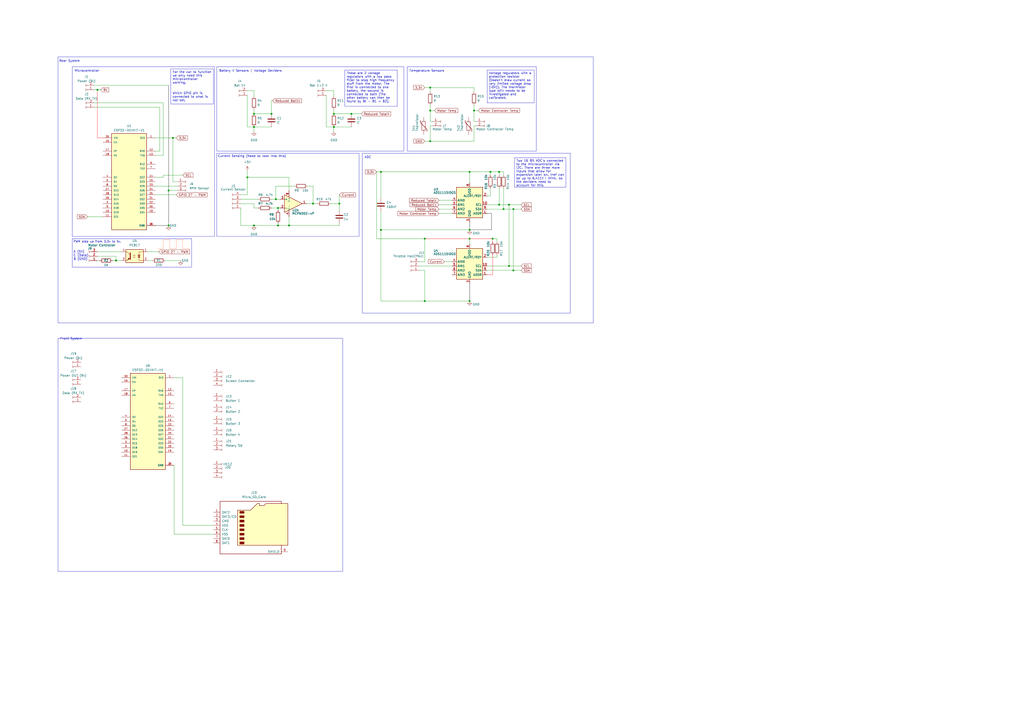
<source format=kicad_sch>
(kicad_sch (version 20230121) (generator eeschema)
  (paper "A2")
  (lib_symbols
    (symbol "Amplifier_Operational:MCP6002-xP" (pin_names (offset 0.127))
      (property "Reference" "U" (at 0 5.08 0))
      (property "Value" "MCP6002-xP" (at 0 -5.08 0))
      (symbol "MCP6002-xP_1_1"
        (polyline (pts (xy -5.08 5.08) (xy 5.08 0) (xy -5.08 -5.08) (xy -5.08 5.08)) (stroke (width 0.254)) (fill (type background)))
        (pin output line (at 7.62 0 180) (length 2.54) (name "~") (number "1"))
        (pin input line (at -7.62 -2.54 0) (length 2.54) (name "-") (number "2"))
        (pin input line (at -7.62 2.54 0) (length 2.54) (name "+") (number "3"))
      )
      (symbol "MCP6002-xP_2_1"
        (polyline (pts (xy -5.08 5.08) (xy 5.08 0) (xy -5.08 -5.08) (xy -5.08 5.08)) (stroke (width 0.254)) (fill (type background)))
        (pin input line (at -7.62 2.54 0) (length 2.54) (name "+") (number "5"))
        (pin input line (at -7.62 -2.54 0) (length 2.54) (name "-") (number "6"))
        (pin output line (at 7.62 0 180) (length 2.54) (name "~") (number "7"))
      )
      (symbol "MCP6002-xP_3_1"
        (pin power_in line (at -2.54 -7.62 90) (length 3.81) (name "V-") (number "4"))
        (pin power_in line (at -2.54 7.62 270) (length 3.81) (name "V+") (number "8"))
      )
    )
    (symbol "Analog_ADC:ADS1115IDGS"
      (property "Reference" "U" (at 2.54 13.97 0))
      (property "Value" "ADS1115IDGS" (at 7.62 11.43 0))
      (symbol "ADS1115IDGS_0_1"
        (rectangle (start -7.62 10.16) (end 7.62 -7.62) (stroke (width 0.254)) (fill (type background)))
      )
      (symbol "ADS1115IDGS_1_1"
        (pin input line (at 10.16 -5.08 180) (length 2.54) (name "ADDR") (number "1"))
        (pin input line (at 10.16 0 180) (length 2.54) (name "SCL") (number "10"))
        (pin output line (at 10.16 5.08 180) (length 2.54) (name "ALERT/RDY") (number "2"))
        (pin power_in line (at 0 -10.16 90) (length 2.54) (name "GND") (number "3"))
        (pin input line (at -10.16 2.54 0) (length 2.54) (name "AIN0") (number "4"))
        (pin input line (at -10.16 0 0) (length 2.54) (name "AIN1") (number "5"))
        (pin input line (at -10.16 -2.54 0) (length 2.54) (name "AIN2") (number "6"))
        (pin input line (at -10.16 -5.08 0) (length 2.54) (name "AIN3") (number "7"))
        (pin power_in line (at 0 12.7 270) (length 2.54) (name "VDD") (number "8"))
        (pin bidirectional line (at 10.16 -2.54 180) (length 2.54) (name "SDA") (number "9"))
      )
    )
    (symbol "Connector:Conn_01x02_Socket" (pin_names (offset 1.016) hide)
      (property "Reference" "J" (at 0 2.54 0))
      (property "Value" "Conn_01x02_Socket" (at 0 -5.08 0))
      (symbol "Conn_01x02_Socket_1_1"
        (arc (start 0 -2.032) (mid -0.5058 -2.54) (end 0 -3.048) (stroke (width 0.1524)))
        (polyline (pts (xy -1.27 -2.54) (xy -0.508 -2.54)) (stroke (width 0.1524)))
        (polyline (pts (xy -1.27 0) (xy -0.508 0)) (stroke (width 0.1524)))
        (arc (start 0 0.508) (mid -0.5058 0) (end 0 -0.508) (stroke (width 0.1524)))
        (pin passive line (at -5.08 0 0) (length 3.81) (name "Pin_1") (number "1"))
        (pin passive line (at -5.08 -2.54 0) (length 3.81) (name "Pin_2") (number "2"))
      )
    )
    (symbol "Connector:Conn_01x03_Socket" (pin_names (offset 1.016) hide)
      (property "Reference" "J" (at 0 5.08 0))
      (property "Value" "Conn_01x03_Socket" (at 0 -5.08 0))
      (symbol "Conn_01x03_Socket_1_1"
        (arc (start 0 -2.032) (mid -0.5058 -2.54) (end 0 -3.048) (stroke (width 0.1524)))
        (polyline (pts (xy -1.27 -2.54) (xy -0.508 -2.54)) (stroke (width 0.1524)))
        (polyline (pts (xy -1.27 0) (xy -0.508 0)) (stroke (width 0.1524)))
        (polyline (pts (xy -1.27 2.54) (xy -0.508 2.54)) (stroke (width 0.1524)))
        (arc (start 0 0.508) (mid -0.5058 0) (end 0 -0.508) (stroke (width 0.1524)))
        (arc (start 0 3.048) (mid -0.5058 2.54) (end 0 2.032) (stroke (width 0.1524)))
        (pin passive line (at -5.08 2.54 0) (length 3.81) (name "Pin_1") (number "1"))
        (pin passive line (at -5.08 0 0) (length 3.81) (name "Pin_2") (number "2"))
        (pin passive line (at -5.08 -2.54 0) (length 3.81) (name "Pin_3") (number "3"))
      )
    )
    (symbol "Connector:Conn_01x04_Socket" (pin_names (offset 1.016) hide)
      (property "Reference" "J" (at 0 5.08 0))
      (property "Value" "Conn_01x04_Socket" (at 0 -7.62 0))
      (symbol "Conn_01x04_Socket_1_1"
        (arc (start 0 -4.572) (mid -0.5058 -5.08) (end 0 -5.588) (stroke (width 0.1524)))
        (arc (start 0 -2.032) (mid -0.5058 -2.54) (end 0 -3.048) (stroke (width 0.1524)))
        (polyline (pts (xy -1.27 -5.08) (xy -0.508 -5.08)) (stroke (width 0.1524)))
        (polyline (pts (xy -1.27 -2.54) (xy -0.508 -2.54)) (stroke (width 0.1524)))
        (polyline (pts (xy -1.27 0) (xy -0.508 0)) (stroke (width 0.1524)))
        (polyline (pts (xy -1.27 2.54) (xy -0.508 2.54)) (stroke (width 0.1524)))
        (arc (start 0 0.508) (mid -0.5058 0) (end 0 -0.508) (stroke (width 0.1524)))
        (arc (start 0 3.048) (mid -0.5058 2.54) (end 0 2.032) (stroke (width 0.1524)))
        (pin passive line (at -5.08 2.54 0) (length 3.81) (name "Pin_1") (number "1"))
        (pin passive line (at -5.08 0 0) (length 3.81) (name "Pin_2") (number "2"))
        (pin passive line (at -5.08 -2.54 0) (length 3.81) (name "Pin_3") (number "3"))
        (pin passive line (at -5.08 -5.08 0) (length 3.81) (name "Pin_4") (number "4"))
      )
    )
    (symbol "Connector:Micro_SD_Card" (pin_names (offset 1.016))
      (property "Reference" "J" (at -16.51 15.24 0))
      (property "Value" "Micro_SD_Card" (at 16.51 15.24 0))
      (symbol "Micro_SD_Card_0_1"
        (rectangle (start -7.62 -9.525) (end -5.08 -10.795) (fill (type outline)))
        (rectangle (start -7.62 -6.985) (end -5.08 -8.255) (fill (type outline)))
        (rectangle (start -7.62 -4.445) (end -5.08 -5.715) (fill (type outline)))
        (rectangle (start -7.62 -1.905) (end -5.08 -3.175) (fill (type outline)))
        (rectangle (start -7.62 0.635) (end -5.08 -0.635) (fill (type outline)))
        (rectangle (start -7.62 3.175) (end -5.08 1.905) (fill (type outline)))
        (rectangle (start -7.62 5.715) (end -5.08 4.445) (fill (type outline)))
        (rectangle (start -7.62 8.255) (end -5.08 6.985) (fill (type outline)))
        (polyline (pts (xy 16.51 12.7) (xy 16.51 13.97) (xy -19.05 13.97) (xy -19.05 -16.51) (xy 16.51 -16.51) (xy 16.51 -11.43)) (stroke (width 0.254)))
        (polyline (pts (xy -8.89 -11.43) (xy -8.89 8.89) (xy -1.27 8.89) (xy 2.54 12.7) (xy 3.81 12.7) (xy 3.81 11.43) (xy 6.35 11.43) (xy 7.62 12.7) (xy 20.32 12.7) (xy 20.32 -11.43) (xy -8.89 -11.43)) (stroke (width 0.254)) (fill (type background)))
      )
      (symbol "Micro_SD_Card_1_1"
        (pin bidirectional line (at -22.86 7.62 0) (length 3.81) (name "DAT2") (number "1"))
        (pin bidirectional line (at -22.86 5.08 0) (length 3.81) (name "DAT3/CD") (number "2"))
        (pin input line (at -22.86 2.54 0) (length 3.81) (name "CMD") (number "3"))
        (pin power_in line (at -22.86 0 0) (length 3.81) (name "VDD") (number "4"))
        (pin input line (at -22.86 -2.54 0) (length 3.81) (name "CLK") (number "5"))
        (pin power_in line (at -22.86 -5.08 0) (length 3.81) (name "VSS") (number "6"))
        (pin bidirectional line (at -22.86 -7.62 0) (length 3.81) (name "DAT0") (number "7"))
        (pin bidirectional line (at -22.86 -10.16 0) (length 3.81) (name "DAT1") (number "8"))
        (pin passive line (at 20.32 -15.24 180) (length 3.81) (name "SHIELD") (number "9"))
      )
    )
    (symbol "Device:C" (pin_numbers hide) (pin_names (offset 0.254))
      (property "Reference" "C" (at 0.635 2.54 0))
      (property "Value" "C" (at 0.635 -2.54 0))
      (symbol "C_0_1"
        (polyline (pts (xy -2.032 -0.762) (xy 2.032 -0.762)) (stroke (width 0.508)))
        (polyline (pts (xy -2.032 0.762) (xy 2.032 0.762)) (stroke (width 0.508)))
      )
      (symbol "C_1_1"
        (pin passive line (at 0 3.81 270) (length 2.794) (name "~") (number "1"))
        (pin passive line (at 0 -3.81 90) (length 2.794) (name "~") (number "2"))
      )
    )
    (symbol "Device:R" (pin_numbers hide) (pin_names (offset 0))
      (property "Reference" "R" (at 2.032 0 90))
      (property "Value" "R" (at 0 0 90))
      (symbol "R_0_1"
        (rectangle (start -1.016 -2.54) (end 1.016 2.54) (stroke (width 0.254)))
      )
      (symbol "R_1_1"
        (pin passive line (at 0 3.81 270) (length 1.27) (name "~") (number "1"))
        (pin passive line (at 0 -3.81 90) (length 1.27) (name "~") (number "2"))
      )
    )
    (symbol "Device:Thermistor" (pin_numbers hide) (pin_names (offset 0))
      (property "Reference" "TH" (at 2.54 1.27 90))
      (property "Value" "Thermistor" (at -2.54 0 90))
      (symbol "Thermistor_0_1"
        (rectangle (start -1.016 2.54) (end 1.016 -2.54) (stroke (width 0.2032)))
        (polyline (pts (xy -1.905 3.175) (xy -1.905 1.905) (xy 1.905 -1.905) (xy 1.905 -3.175) (xy 1.905 -3.175)) (stroke (width 0.254)))
      )
      (symbol "Thermistor_1_1"
        (pin passive line (at 0 5.08 270) (length 2.54) (name "~") (number "1"))
        (pin passive line (at 0 -5.08 90) (length 2.54) (name "~") (number "2"))
      )
    )
    (symbol "ESP32-DEVKIT-V1:ESP32-DEVKIT-V1" (pin_names (offset 1.016))
      (property "Reference" "U" (at -10.16 30.48 0))
      (property "Value" "ESP32-DEVKIT-V1" (at -10.16 -30.48 0))
      (symbol "ESP32-DEVKIT-V1_0_0"
        (rectangle (start -10.16 -27.94) (end 10.16 27.94) (stroke (width 0.254)) (fill (type background)))
        (pin output line (at 15.24 25.4 180) (length 5.08) (name "3V3") (number "1"))
        (pin bidirectional line (at -15.24 -17.78 0) (length 5.08) (name "D19") (number "10"))
        (pin bidirectional line (at -15.24 -20.32 0) (length 5.08) (name "D21") (number "11"))
        (pin input line (at 15.24 17.78 180) (length 5.08) (name "RX0") (number "12"))
        (pin output line (at 15.24 15.24 180) (length 5.08) (name "TX0") (number "13"))
        (pin bidirectional line (at 15.24 2.54 180) (length 5.08) (name "D22") (number "14"))
        (pin bidirectional line (at 15.24 0 180) (length 5.08) (name "D23") (number "15"))
        (pin input line (at -15.24 22.86 0) (length 5.08) (name "EN") (number "16"))
        (pin bidirectional line (at -15.24 17.78 0) (length 5.08) (name "VP") (number "17"))
        (pin bidirectional line (at -15.24 15.24 0) (length 5.08) (name "VN") (number "18"))
        (pin bidirectional line (at 15.24 -17.78 180) (length 5.08) (name "D34") (number "19"))
        (pin power_in line (at 15.24 -25.4 180) (length 5.08) (name "GND") (number "2"))
        (pin bidirectional line (at 15.24 -15.24 180) (length 5.08) (name "D35") (number "20"))
        (pin bidirectional line (at 15.24 -10.16 180) (length 5.08) (name "D32") (number "21"))
        (pin bidirectional line (at 15.24 -12.7 180) (length 5.08) (name "D33") (number "22"))
        (pin bidirectional line (at 15.24 -2.54 180) (length 5.08) (name "D25") (number "23"))
        (pin bidirectional line (at 15.24 -5.08 180) (length 5.08) (name "D26") (number "24"))
        (pin bidirectional line (at 15.24 -7.62 180) (length 5.08) (name "D27") (number "25"))
        (pin bidirectional line (at -15.24 -10.16 0) (length 5.08) (name "D14") (number "26"))
        (pin bidirectional line (at -15.24 -5.08 0) (length 5.08) (name "D12") (number "27"))
        (pin bidirectional line (at -15.24 -7.62 0) (length 5.08) (name "D13") (number "28"))
        (pin power_in line (at 15.24 -25.4 180) (length 5.08) (name "GND") (number "29"))
        (pin bidirectional line (at -15.24 -12.7 0) (length 5.08) (name "D15") (number "3"))
        (pin input line (at -15.24 25.4 0) (length 5.08) (name "VIN") (number "30"))
        (pin bidirectional line (at -15.24 2.54 0) (length 5.08) (name "D2") (number "4"))
        (pin bidirectional line (at -15.24 0 0) (length 5.08) (name "D4") (number "5"))
        (pin input line (at 15.24 10.16 180) (length 5.08) (name "RX2") (number "6"))
        (pin output line (at 15.24 7.62 180) (length 5.08) (name "TX2") (number "7"))
        (pin bidirectional line (at -15.24 -2.54 0) (length 5.08) (name "D5") (number "8"))
        (pin bidirectional line (at -15.24 -15.24 0) (length 5.08) (name "D18") (number "9"))
      )
    )
    (symbol "Isolator:PC817" (pin_names (offset 1.016))
      (property "Reference" "U" (at -5.08 5.08 0))
      (property "Value" "PC817" (at 0 5.08 0))
      (symbol "PC817_0_1"
        (rectangle (start -5.08 3.81) (end 5.08 -3.81) (stroke (width 0.254)) (fill (type background)))
        (polyline (pts (xy -3.175 -0.635) (xy -1.905 -0.635)) (stroke (width 0.254)))
        (polyline (pts (xy 2.54 0.635) (xy 4.445 2.54)))
        (polyline (pts (xy 4.445 -2.54) (xy 2.54 -0.635)) (fill (type outline)))
        (polyline (pts (xy 4.445 -2.54) (xy 5.08 -2.54)))
        (polyline (pts (xy 4.445 2.54) (xy 5.08 2.54)))
        (polyline (pts (xy -5.08 2.54) (xy -2.54 2.54) (xy -2.54 -0.635)))
        (polyline (pts (xy -2.54 -0.635) (xy -2.54 -2.54) (xy -5.08 -2.54)))
        (polyline (pts (xy 2.54 1.905) (xy 2.54 -1.905) (xy 2.54 -1.905)) (stroke (width 0.508)))
        (polyline (pts (xy -2.54 -0.635) (xy -3.175 0.635) (xy -1.905 0.635) (xy -2.54 -0.635)) (stroke (width 0.254)))
        (polyline (pts (xy -0.508 -0.508) (xy 0.762 -0.508) (xy 0.381 -0.635) (xy 0.381 -0.381) (xy 0.762 -0.508)))
        (polyline (pts (xy -0.508 0.508) (xy 0.762 0.508) (xy 0.381 0.381) (xy 0.381 0.635) (xy 0.762 0.508)))
        (polyline (pts (xy 3.048 -1.651) (xy 3.556 -1.143) (xy 4.064 -2.159) (xy 3.048 -1.651) (xy 3.048 -1.651)) (fill (type outline)))
      )
      (symbol "PC817_1_1"
        (pin passive line (at -7.62 2.54 0) (length 2.54) (name "~") (number "1"))
        (pin passive line (at -7.62 -2.54 0) (length 2.54) (name "~") (number "2"))
        (pin passive line (at 7.62 -2.54 180) (length 2.54) (name "~") (number "3"))
        (pin passive line (at 7.62 2.54 180) (length 2.54) (name "~") (number "4"))
      )
    )
    (symbol "power:+5V" (power) (pin_names (offset 0))
      (property "Value" "+5V" (at 0 3.556 0))
      (symbol "+5V_0_1"
        (polyline (pts (xy -0.762 1.27) (xy 0 2.54)))
        (polyline (pts (xy 0 0) (xy 0 2.54)))
        (polyline (pts (xy 0 2.54) (xy 0.762 1.27)))
      )
      (symbol "+5V_1_1"
        (pin power_in line (at 0 0 90) (length 0) hide (name "+5V") (number "1"))
      )
    )
    (symbol "power:GND" (power) (pin_names (offset 0))
      (property "Value" "GND" (at 0 -3.81 0))
      (symbol "GND_0_1"
        (polyline (pts (xy 0 0) (xy 0 -1.27) (xy 1.27 -1.27) (xy 0 -2.54) (xy -1.27 -1.27) (xy 0 -1.27)))
      )
      (symbol "GND_1_1"
        (pin power_in line (at 0 0 270) (length 0) hide (name "GND") (number "1"))
      )
    )
  )
  (junction (at 193.675 73.66))
  (junction (at 203.835 66.04))
  (junction (at 97.79 130.81))
  (junction (at 246.38 138.43))
  (junction (at 295.275 118.745))
  (junction (at 289.56 118.745))
  (junction (at 97.79 110.49))
  (junction (at 295.275 154.305))
  (junction (at 100.33 80.01))
  (junction (at 246.38 174.625))
  (junction (at 285.75 138.43))
  (junction (at 249.555 81.915))
  (junction (at 274.955 64.135))
  (junction (at 272.415 138.43))
  (junction (at 160.02 115.57))
  (junction (at 193.675 66.04))
  (junction (at 147.32 66.04))
  (junction (at 220.98 99.695))
  (junction (at 297.815 121.285))
  (junction (at 161.29 130.81))
  (junction (at 147.32 130.81))
  (junction (at 67.31 151.13))
  (junction (at 297.815 156.845))
  (junction (at 272.415 99.695))
  (junction (at 167.64 130.81))
  (junction (at 289.56 99.695))
  (junction (at 272.415 174.625))
  (junction (at 249.555 64.135))
  (junction (at 249.555 50.8))
  (junction (at 56.515 52.07))
  (junction (at 157.48 66.04))
  (junction (at 272.415 133.35))
  (junction (at 220.98 133.35))
  (junction (at 284.48 99.695))
  (junction (at 292.1 121.285))
  (junction (at 181.61 118.11))
  (junction (at 196.85 118.11))
  (junction (at 147.32 73.66))
  (junction (at 161.29 120.65))
  (junction (at 143.51 102.87))
  (polyline (pts (xy 102.235 139.065) (xy 106.045 139.065)) (stroke (width 0) (color 255 143 93 1)))
  (wire (pts (xy 161.29 129.54) (xy 161.29 130.81)))
  (wire (pts (xy 85.725 151.13) (xy 88.265 151.13)))
  (wire (pts (xy 161.29 120.65) (xy 162.56 120.65)))
  (wire (pts (xy 94.615 101.6) (xy 94.615 102.87)))
  (wire (pts (xy 274.955 64.135) (xy 274.955 70.485)))
  (wire (pts (xy 249.555 73.025) (xy 249.555 81.915)))
  (wire (pts (xy 147.32 63.5) (xy 147.32 66.04)))
  (wire (pts (xy 285.75 159.385) (xy 285.75 147.955)) (stroke (width 0) (color 255 0 0 1)))
  (wire (pts (xy 56.515 151.13) (xy 57.785 151.13)))
  (wire (pts (xy 254.635 118.745) (xy 262.255 118.745)))
  (polyline (pts (xy 98.425 144.145) (xy 102.235 144.145)) (stroke (width 0) (color 255 143 93 1)))
  (wire (pts (xy 196.85 118.11) (xy 196.85 121.92)))
  (wire (pts (xy 56.515 52.07) (xy 56.515 80.01)) (stroke (width 0) (color 255 0 0 1)))
  (wire (pts (xy 56.515 80.01) (xy 59.69 80.01)) (stroke (width 0) (color 255 0 0 1)))
  (wire (pts (xy 149.86 120.65) (xy 147.32 120.65)))
  (wire (pts (xy 100.33 80.01) (xy 102.235 80.01)))
  (wire (pts (xy 161.29 120.65) (xy 161.29 121.92)))
  (wire (pts (xy 254.635 121.285) (xy 262.255 121.285)))
  (wire (pts (xy 147.32 73.66) (xy 157.48 73.66)))
  (wire (pts (xy 220.98 133.35) (xy 220.98 174.625)))
  (wire (pts (xy 284.48 113.665) (xy 284.48 109.22)))
  (wire (pts (xy 94.615 102.87) (xy 90.17 102.87)))
  (wire (pts (xy 54.61 59.69) (xy 94.615 59.69)))
  (wire (pts (xy 196.85 113.03) (xy 196.85 118.11)))
  (wire (pts (xy 282.575 149.225) (xy 288.29 149.225)))
  (wire (pts (xy 167.64 130.81) (xy 161.29 130.81)))
  (wire (pts (xy 285.115 133.35) (xy 272.415 133.35)) (stroke (width 0) (color 0 0 0 1)))
  (wire (pts (xy 272.415 138.43) (xy 285.75 138.43)) (stroke (width 0) (color 255 0 0 1)))
  (wire (pts (xy 272.415 138.43) (xy 272.415 141.605)))
  (wire (pts (xy 288.29 138.43) (xy 285.75 138.43)))
  (wire (pts (xy 97.79 49.53) (xy 97.79 110.49)) (stroke (width 0) (color 0 0 0 1)))
  (wire (pts (xy 189.23 52.705) (xy 193.675 52.705)))
  (wire (pts (xy 67.31 151.13) (xy 70.485 151.13)))
  (wire (pts (xy 282.575 159.385) (xy 285.75 159.385)) (stroke (width 0) (color 255 0 0 1)))
  (wire (pts (xy 274.955 73.025) (xy 274.955 81.915)))
  (wire (pts (xy 147.32 118.11) (xy 139.7 118.11)))
  (wire (pts (xy 157.48 58.42) (xy 158.115 58.42)))
  (wire (pts (xy 284.48 99.695) (xy 284.48 101.6)))
  (wire (pts (xy 67.31 148.59) (xy 67.31 151.13)))
  (wire (pts (xy 292.1 99.695) (xy 289.56 99.695)))
  (wire (pts (xy 288.29 149.225) (xy 288.29 147.955)))
  (wire (pts (xy 90.17 107.95) (xy 102.87 107.95)))
  (wire (pts (xy 147.32 130.81) (xy 139.7 130.81)))
  (polyline (pts (xy 94.615 144.145) (xy 94.615 139.065)) (stroke (width 0) (color 255 143 93 1)))
  (wire (pts (xy 102.87 105.41) (xy 100.33 105.41)))
  (wire (pts (xy 289.56 109.22) (xy 289.56 118.745)))
  (wire (pts (xy 250.825 73.025) (xy 249.555 73.025)))
  (wire (pts (xy 274.955 70.485) (xy 276.225 70.485)))
  (wire (pts (xy 285.75 140.335) (xy 285.75 138.43)) (stroke (width 0) (color 255 0 0 1)))
  (wire (pts (xy 292.1 101.6) (xy 292.1 99.695)))
  (wire (pts (xy 297.815 121.285) (xy 297.815 156.845)))
  (wire (pts (xy 246.38 50.8) (xy 249.555 50.8)))
  (wire (pts (xy 193.675 52.705) (xy 193.675 55.88)))
  (wire (pts (xy 220.98 174.625) (xy 246.38 174.625)))
  (wire (pts (xy 272.415 99.695) (xy 284.48 99.695)))
  (wire (pts (xy 167.64 125.73) (xy 167.64 130.81)))
  (wire (pts (xy 157.48 58.42) (xy 157.48 66.04)))
  (wire (pts (xy 193.675 73.66) (xy 203.835 73.66)))
  (wire (pts (xy 97.79 110.49) (xy 97.79 130.81)) (stroke (width 0) (color 0 0 0 1)))
  (wire (pts (xy 295.275 154.305) (xy 302.26 154.305)))
  (polyline (pts (xy 106.045 144.145) (xy 109.855 144.145)) (stroke (width 0) (color 255 143 93 1)))
  (wire (pts (xy 189.23 73.66) (xy 193.675 73.66)))
  (wire (pts (xy 292.1 121.285) (xy 297.815 121.285)))
  (wire (pts (xy 249.555 64.135) (xy 249.555 70.485)))
  (wire (pts (xy 220.98 99.695) (xy 272.415 99.695)))
  (wire (pts (xy 249.555 64.135) (xy 252.095 64.135)))
  (wire (pts (xy 282.575 121.285) (xy 292.1 121.285)))
  (wire (pts (xy 246.38 138.43) (xy 272.415 138.43)) (stroke (width 0) (color 255 0 0 1)))
  (wire (pts (xy 249.555 81.915) (xy 274.955 81.915)))
  (wire (pts (xy 246.38 174.625) (xy 272.415 174.625)))
  (wire (pts (xy 100.965 219.075) (xy 106.045 219.075)))
  (wire (pts (xy 220.98 133.35) (xy 272.415 133.35)))
  (wire (pts (xy 100.965 269.875) (xy 100.965 309.88)))
  (wire (pts (xy 56.515 146.05) (xy 70.485 146.05)))
  (wire (pts (xy 282.575 154.305) (xy 295.275 154.305)))
  (polyline (pts (xy 106.045 139.065) (xy 106.045 144.145)) (stroke (width 0) (color 255 143 93 1)))
  (wire (pts (xy 285.115 123.825) (xy 285.115 133.35)) (stroke (width 0) (color 0 0 0 1)))
  (wire (pts (xy 254.635 123.825) (xy 262.255 123.825)))
  (wire (pts (xy 274.955 60.96) (xy 274.955 64.135)))
  (wire (pts (xy 289.56 99.695) (xy 289.56 101.6)))
  (wire (pts (xy 282.575 118.745) (xy 289.56 118.745)))
  (wire (pts (xy 257.81 151.765) (xy 262.255 151.765)))
  (wire (pts (xy 100.965 309.88) (xy 123.825 309.88)))
  (wire (pts (xy 143.51 55.245) (xy 143.51 73.66)))
  (wire (pts (xy 282.575 156.845) (xy 297.815 156.845)))
  (wire (pts (xy 90.17 113.03) (xy 102.235 113.03)))
  (wire (pts (xy 147.32 120.65) (xy 147.32 118.11)))
  (wire (pts (xy 157.48 115.57) (xy 160.02 115.57)))
  (wire (pts (xy 243.205 154.305) (xy 262.255 154.305)))
  (wire (pts (xy 218.44 99.695) (xy 220.98 99.695)))
  (wire (pts (xy 246.38 81.915) (xy 249.555 81.915)))
  (wire (pts (xy 243.205 156.845) (xy 246.38 156.845)))
  (wire (pts (xy 218.44 99.695) (xy 218.44 138.43)))
  (wire (pts (xy 139.7 113.03) (xy 143.51 113.03)))
  (wire (pts (xy 274.955 64.135) (xy 277.495 64.135)))
  (wire (pts (xy 196.85 118.11) (xy 191.77 118.11)))
  (wire (pts (xy 94.615 59.69) (xy 94.615 90.17)))
  (wire (pts (xy 276.225 73.025) (xy 274.955 73.025)))
  (wire (pts (xy 181.61 118.11) (xy 184.15 118.11)))
  (wire (pts (xy 246.38 156.845) (xy 246.38 174.625)))
  (wire (pts (xy 203.835 66.04) (xy 209.55 66.04)))
  (wire (pts (xy 282.575 123.825) (xy 285.115 123.825)) (stroke (width 0) (color 0 0 0 1)))
  (wire (pts (xy 272.415 106.045) (xy 272.415 99.695)))
  (wire (pts (xy 139.7 130.81) (xy 139.7 120.65)))
  (wire (pts (xy 295.275 118.745) (xy 302.26 118.745)))
  (polyline (pts (xy 98.425 139.065) (xy 98.425 144.145)) (stroke (width 0) (color 255 143 93 1)))
  (wire (pts (xy 249.555 60.96) (xy 249.555 64.135)))
  (wire (pts (xy 106.045 101.6) (xy 94.615 101.6)))
  (wire (pts (xy 65.405 151.13) (xy 67.31 151.13)))
  (wire (pts (xy 282.575 113.665) (xy 284.48 113.665)))
  (wire (pts (xy 160.02 115.57) (xy 162.56 115.57)))
  (wire (pts (xy 178.435 107.95) (xy 181.61 107.95)))
  (wire (pts (xy 92.71 62.23) (xy 92.71 87.63)))
  (wire (pts (xy 297.815 156.845) (xy 302.26 156.845)))
  (wire (pts (xy 272.415 128.905) (xy 272.415 133.35)) (stroke (width 0) (color 0 0 0 1)))
  (wire (pts (xy 289.56 118.745) (xy 295.275 118.745)))
  (wire (pts (xy 143.51 73.66) (xy 147.32 73.66)))
  (wire (pts (xy 167.64 110.49) (xy 167.64 102.87)))
  (wire (pts (xy 157.48 120.65) (xy 161.29 120.65)))
  (wire (pts (xy 272.415 164.465) (xy 272.415 174.625)) (stroke (width 0) (color 0 0 0 1)))
  (wire (pts (xy 100.33 105.41) (xy 100.33 80.01)))
  (polyline (pts (xy 102.235 144.145) (xy 102.235 139.065)) (stroke (width 0) (color 255 143 93 1)))
  (wire (pts (xy 254.635 116.205) (xy 262.255 116.205)))
  (wire (pts (xy 193.675 73.66) (xy 193.675 76.2)))
  (wire (pts (xy 246.38 151.765) (xy 246.38 138.43)))
  (wire (pts (xy 249.555 50.8) (xy 274.955 50.8)))
  (wire (pts (xy 288.29 140.335) (xy 288.29 138.43)))
  (wire (pts (xy 284.48 99.695) (xy 289.56 99.695)))
  (wire (pts (xy 193.675 63.5) (xy 193.675 66.04)))
  (wire (pts (xy 167.64 130.81) (xy 196.85 130.81)))
  (wire (pts (xy 147.32 66.04) (xy 157.48 66.04)))
  (wire (pts (xy 189.23 55.245) (xy 189.23 73.66)))
  (wire (pts (xy 95.885 151.13) (xy 104.775 151.13)))
  (wire (pts (xy 193.675 66.04) (xy 203.835 66.04)))
  (wire (pts (xy 85.725 146.05) (xy 92.075 146.05)))
  (wire (pts (xy 220.98 99.695) (xy 220.98 114.935)))
  (wire (pts (xy 139.7 115.57) (xy 149.86 115.57)))
  (wire (pts (xy 292.1 109.22) (xy 292.1 121.285)))
  (wire (pts (xy 167.64 102.87) (xy 143.51 102.87)))
  (wire (pts (xy 297.815 121.285) (xy 302.26 121.285)))
  (wire (pts (xy 106.045 304.8) (xy 123.825 304.8)))
  (wire (pts (xy 249.555 70.485) (xy 250.825 70.485)))
  (wire (pts (xy 181.61 107.95) (xy 181.61 118.11)))
  (polyline (pts (xy 94.615 139.065) (xy 98.425 139.065)) (stroke (width 0) (color 255 143 93 1)))
  (wire (pts (xy 196.85 129.54) (xy 196.85 130.81)))
  (wire (pts (xy 218.44 138.43) (xy 246.38 138.43)))
  (wire (pts (xy 295.275 118.745) (xy 295.275 154.305)))
  (wire (pts (xy 147.32 73.66) (xy 147.32 76.2)))
  (wire (pts (xy 220.98 133.35) (xy 220.98 122.555)))
  (wire (pts (xy 54.61 49.53) (xy 97.79 49.53)))
  (polyline (pts (xy 91.44 144.145) (xy 94.615 144.145)) (stroke (width 0) (color 255 143 93 1)))
  (wire (pts (xy 170.815 107.95) (xy 160.02 107.95)))
  (wire (pts (xy 143.51 102.87) (xy 143.51 113.03)))
  (wire (pts (xy 54.61 62.23) (xy 92.71 62.23)))
  (wire (pts (xy 56.515 52.07) (xy 58.42 52.07)))
  (wire (pts (xy 147.32 52.705) (xy 147.32 55.88)))
  (wire (pts (xy 160.02 107.95) (xy 160.02 115.57)))
  (wire (pts (xy 54.61 52.07) (xy 56.515 52.07)))
  (wire (pts (xy 274.955 50.8) (xy 274.955 53.34)))
  (wire (pts (xy 143.51 99.06) (xy 143.51 102.87)))
  (wire (pts (xy 94.615 90.17) (xy 90.17 90.17)))
  (wire (pts (xy 106.045 219.075) (xy 106.045 304.8)))
  (wire (pts (xy 249.555 53.34) (xy 249.555 50.8)))
  (wire (pts (xy 161.29 130.81) (xy 147.32 130.81)))
  (wire (pts (xy 56.515 148.59) (xy 67.31 148.59)))
  (wire (pts (xy 243.205 151.765) (xy 246.38 151.765)))
  (wire (pts (xy 97.79 130.81) (xy 90.17 130.81)) (stroke (width 0) (color 0 0 0 1)))
  (wire (pts (xy 92.71 87.63) (xy 90.17 87.63)))
  (wire (pts (xy 97.79 110.49) (xy 102.87 110.49)))
  (wire (pts (xy 90.17 80.01) (xy 100.33 80.01)))
  (wire (pts (xy 177.8 118.11) (xy 181.61 118.11)))
  (wire (pts (xy 50.8 125.73) (xy 59.69 125.73)))
  (wire (pts (xy 143.51 52.705) (xy 147.32 52.705)))
  (rectangle (start 33.655 33.02) (end 344.17 187.325))
  (rectangle (start 41.91 38.735) (end 124.46 137.16))
  (rectangle (start 33.655 196.215) (end 198.755 331.47))
  (rectangle (start 210.185 88.9) (end 330.835 181.61))
  (rectangle (start 41.91 138.43) (end 111.125 154.94))
  (rectangle (start 236.22 38.735) (end 311.15 87.63))
  (rectangle (start 125.73 88.9) (end 208.28 137.16))
  (rectangle (start 125.73 38.735) (end 234.315 87.63))
  (text_box "For the car to function we only need this microcontroller working.\n\n\nWhich GPIO pin is connected to what is not set.\n" (at 99.06 40.005 0) (size 24.765 20.32) (effects (font (size 1.27 1.27)) (justify left top)))
  (text_box "Two 16 Bit ADC's connected to the microcontroller via I2C. There are three more inputs that allow for expansion later on. Vref can be up to 6.411V I think, so the deviders need to account for this." (at 298.45 91.44 0) (size 29.845 17.145) (effects (font (size 1.27 1.27)) (justify left top)))
  (text_box "These are 2 voltage regulators with a low pass filter to stop high frequency stuff from the motor. The first is connected to one battery, the second is connected to both (The other battery can then be found by Bt - B1 = B2)." (at 200.025 40.64 0) (size 30.48 20.955) (effects (font (size 1.27 1.27)) (justify left top)))
  (text_box "Voltage regulators with a protection resistor (Doesn't draw current so very limited voltage drop (~0V)). The thermistor type still needs to be investigated and calibrated." (at 282.575 40.64 0) (size 27.305 19.05) (effects (font (size 1.27 1.27)) (justify left top)))
  (text "Rear System\n" (at 34.29 36.195 0) (effects (font (size 1.27 1.27)) (justify left bottom)))
  (text "ADC" (at 211.455 92.075 0) (effects (font (size 1.27 1.27)) (justify left bottom)))
  (text "Front System\n\n" (at 34.925 199.39 0) (effects (font (size 1.27 1.27)) (justify left bottom)))
  (text "A (5V)\nC (Data)\nB (GND)\n" (at 42.545 151.13 0) (effects (font (size 1.32 1.32)) (justify left bottom)))
  (text "PWM step up from 3.3v to 5v.\n" (at 42.545 140.97 0) (effects (font (size 1.2 1.2)) (justify left bottom)))
  (text "Temperature Sensors\n" (at 237.49 41.91 0) (effects (font (size 1.27 1.27)) (justify left bottom)))
  (text "Battery V Sensors | Voltage Deviders" (at 127 41.91 0) (effects (font (size 1.27 1.27)) (justify left bottom)))
  (text "Current Sensing (Need to look into this)\n" (at 126.365 91.44 0) (effects (font (size 1.27 1.27)) (justify left bottom)))
  (text "Microcontroller\n" (at 43.18 41.91 0) (effects (font (size 1.27 1.27)) (justify left bottom)))
  (global_label "SDA" (shape input) (at 302.26 156.845 0) (property "Intersheetrefs" "${INTERSHEET_REFS}" (effects hide)))
  (global_label "Reduced Bat1V" (shape input) (at 158.115 58.42 0) (property "Intersheetrefs" "${INTERSHEET_REFS}" (effects hide)))
  (global_label "Reduced TotalV" (shape input) (at 254.635 116.205 180) (property "Intersheetrefs" "${INTERSHEET_REFS}" (effects hide)))
  (global_label "SCL" (shape input) (at 106.045 101.6 0) (property "Intersheetrefs" "${INTERSHEET_REFS}" (effects hide)))
  (global_label "GPIO 27 - PWM" (shape input) (at 92.075 146.05 0) (property "Intersheetrefs" "${INTERSHEET_REFS}" (effects hide)))
  (global_label "Reduced TotalV" (shape input) (at 209.55 66.04 0) (property "Intersheetrefs" "${INTERSHEET_REFS}" (effects hide)))
  (global_label "Motor Temp" (shape input) (at 254.635 121.285 180) (property "Intersheetrefs" "${INTERSHEET_REFS}" (effects hide)))
  (global_label "Motor Temp" (shape input) (at 252.095 64.135 0) (property "Intersheetrefs" "${INTERSHEET_REFS}" (effects hide)))
  (global_label "SCL" (shape input) (at 302.26 154.305 0) (property "Intersheetrefs" "${INTERSHEET_REFS}" (effects hide)))
  (global_label "SDA" (shape input) (at 50.8 125.73 180) (property "Intersheetrefs" "${INTERSHEET_REFS}" (effects hide)))
  (global_label "GPIO 27 - PWM" (shape input) (at 102.235 113.03 0) (property "Intersheetrefs" "${INTERSHEET_REFS}" (effects hide)))
  (global_label "SCL" (shape input) (at 302.26 118.745 0) (property "Intersheetrefs" "${INTERSHEET_REFS}" (effects hide)))
  (global_label "Current" (shape input) (at 196.85 113.03 0) (property "Intersheetrefs" "${INTERSHEET_REFS}" (effects hide)))
  (global_label "Motor Controller Temp" (shape input) (at 254.635 123.825 180) (property "Intersheetrefs" "${INTERSHEET_REFS}" (effects hide)))
  (global_label "3.3V" (shape input) (at 102.235 80.01 0) (property "Intersheetrefs" "${INTERSHEET_REFS}" (effects hide)))
  (global_label "GND" (shape input) (at 246.38 81.915 180) (property "Intersheetrefs" "${INTERSHEET_REFS}" (effects hide)))
  (global_label "9V" (shape input) (at 58.42 52.07 0) (property "Intersheetrefs" "${INTERSHEET_REFS}" (effects hide)))
  (global_label "3.3V" (shape input) (at 246.38 50.8 180) (property "Intersheetrefs" "${INTERSHEET_REFS}" (effects hide)))
  (global_label "Current" (shape input) (at 257.81 151.765 180) (property "Intersheetrefs" "${INTERSHEET_REFS}" (effects hide)))
  (global_label "3.3V" (shape input) (at 218.44 99.695 180) (property "Intersheetrefs" "${INTERSHEET_REFS}" (effects hide)))
  (global_label "Motor Controller Temp" (shape input) (at 277.495 64.135 0) (property "Intersheetrefs" "${INTERSHEET_REFS}" (effects hide)))
  (global_label "SDA" (shape input) (at 302.26 121.285 0) (property "Intersheetrefs" "${INTERSHEET_REFS}" (effects hide)))
  (global_label "Reduced Bat1V" (shape input) (at 254.635 118.745 180) (property "Intersheetrefs" "${INTERSHEET_REFS}" (effects hide)))
  (symbol (lib_id "Isolator:PC817") (at 78.105 148.59 0) (mirror y) (unit 1)
    (property "Reference" "U5" (at 78.105 139.7 0))
    (property "Value" "PC817" (at 78.105 142.24 0))
    (property "Footprint" "Package_DIP:DIP-4_W7.62mm" (effects hide))
    (property "Datasheet" "http://www.soselectronic.cz/a_info/resource/d/pc817.pdf" (effects hide))
  )
  (symbol (lib_id "Device:R") (at 289.56 105.41 0) (unit 1)
    (property "Reference" "R3" (at 287.02 107.95 90))
    (property "Value" "10k" (at 287.02 102.87 90))
    (property "Footprint" "Resistor_THT:R_Axial_DIN0207_L6.3mm_D2.5mm_P10.16mm_Horizontal" (effects hide))
  )
  (symbol (lib_id "ESP32-DEVKIT-V1:ESP32-DEVKIT-V1") (at 74.93 105.41 0) (unit 1)
    (property "Reference" "U1" (at 74.93 73.025 0))
    (property "Value" "ESP32-DEVKIT-V1" (at 74.93 75.565 0))
    (property "Footprint" "ESP32-DEVKIT-V1:MODULE_ESP32_DEVKIT_V1" (effects hide))
    (property "MF" "Do it" (effects hide))
    (property "MAXIMUM_PACKAGE_HEIGHT" "6.8 mm" (effects hide))
    (property "Package" "None" (effects hide))
    (property "Price" "None" (effects hide))
    (property "Check_prices" "https://www.snapeda.com/parts/ESP32-DEVKIT-V1/Do+it/view-part/?ref=eda" (effects hide))
    (property "STANDARD" "Manufacturer Recommendations" (effects hide))
    (property "PARTREV" "N/A" (effects hide))
    (property "SnapEDA_Link" "https://www.snapeda.com/parts/ESP32-DEVKIT-V1/Do+it/view-part/?ref=snap" (effects hide))
    (property "MP" "ESP32-DEVKIT-V1" (effects hide))
    (property "Description" "\nDual core, Wi-Fi: 2.4 GHz up to 150 Mbits/s,BLE (Bluetooth Low Energy) and legacy Bluetooth, 32 bits, Up to 240 MHz\n" (effects hide))
    (property "Availability" "Not in stock" (effects hide))
    (property "MANUFACTURER" "DOIT" (effects hide))
  )
  (symbol (lib_id "Device:R") (at 274.955 57.15 0) (unit 1)
    (property "Reference" "R15" (at 276.86 55.88 0) (effects (justify left)))
    (property "Value" "R" (at 276.86 58.42 0) (effects (justify left)))
    (property "Footprint" "Resistor_THT:R_Axial_DIN0207_L6.3mm_D2.5mm_P10.16mm_Horizontal" (effects hide))
  )
  (symbol (lib_id "Connector:Conn_01x02_Socket") (at 138.43 55.245 180) (unit 1)
    (property "Reference" "J4" (at 139.065 46.99 0))
    (property "Value" "Bat 1V" (at 139.065 49.53 0))
    (property "Footprint" "Connector_JST:JST_EH_S2B-EH_1x02_P2.50mm_Horizontal" (effects hide))
  )
  (symbol (lib_id "Connector:Conn_01x02_Socket") (at 49.53 52.07 180) (unit 1)
    (property "Reference" "J1" (at 50.165 44.45 0))
    (property "Value" "Power (9v)" (at 50.165 46.99 0))
    (property "Footprint" "Connector_JST:JST_EH_S2B-EH_1x02_P2.50mm_Horizontal" (effects hide))
  )
  (symbol (lib_id "Analog_ADC:ADS1115IDGS") (at 272.415 154.305 0) (unit 1)
    (property "Reference" "U4" (at 251.46 145.415 0) (effects (justify left)))
    (property "Value" "ADS1115IDGS" (at 251.46 147.32 0) (effects (justify left)))
    (property "Footprint" "Package_SO:TSSOP-10_3x3mm_P0.5mm" (effects hide))
    (property "Datasheet" "http://www.ti.com/lit/ds/symlink/ads1113.pdf" (effects hide))
  )
  (symbol (lib_id "Connector:Conn_01x02_Socket") (at 128.905 229.87 0) (unit 1)
    (property "Reference" "J13" (at 130.81 229.87 0) (effects (justify left)))
    (property "Value" "Button 1" (at 130.81 232.41 0) (effects (justify left)))
    (property "Footprint" "Connector_JST:JST_EH_S2B-EH_1x02_P2.50mm_Horizontal" (effects hide))
  )
  (symbol (lib_id "Connector:Conn_01x04_Socket") (at 134.62 118.11 180) (unit 1)
    (property "Reference" "J3" (at 135.255 107.95 0))
    (property "Value" "Current Sensor" (at 135.255 109.855 0))
    (property "Footprint" "Connector_JST:JST_EH_S4B-EH_1x04_P2.50mm_Horizontal" (effects hide))
  )
  (symbol (lib_id "Connector:Conn_01x02_Socket") (at 128.905 243.205 0) (unit 1)
    (property "Reference" "J15" (at 130.81 243.205 0) (effects (justify left)))
    (property "Value" "Button 3" (at 130.81 245.745 0) (effects (justify left)))
    (property "Footprint" "Connector_JST:JST_EH_S2B-EH_1x02_P2.50mm_Horizontal" (effects hide))
  )
  (symbol (lib_id "Connector:Conn_01x03_Socket") (at 51.435 148.59 180) (unit 1)
    (property "Reference" "J9" (at 52.07 144.145 0))
    (property "Value" "Motor Controller" (at 59.055 142.24 0))
    (property "Footprint" "Connector_JST:JST_EH_S3B-EH_1x03_P2.50mm_Horizontal" (effects hide))
  )
  (symbol (lib_id "power:GND") (at 104.775 151.13 0) (unit 1)
    (property "Reference" "#PWR05" (effects hide))
    (property "Value" "GND" (at 107.315 151.13 0))
  )
  (symbol (lib_id "Device:R") (at 174.625 107.95 270) (unit 1)
    (property "Reference" "R9" (at 172.085 110.49 90))
    (property "Value" "10k" (at 177.165 110.49 90))
    (property "Footprint" "Resistor_THT:R_Axial_DIN0207_L6.3mm_D2.5mm_P10.16mm_Horizontal" (effects hide))
  )
  (symbol (lib_id "Connector:Conn_01x04_Socket") (at 128.905 218.44 0) (unit 1)
    (property "Reference" "J12" (at 130.81 218.44 0) (effects (justify left)))
    (property "Value" "Screen Connector" (at 130.81 220.98 0) (effects (justify left)))
    (property "Footprint" "Connector_JST:JST_EH_S4B-EH_1x04_P2.50mm_Horizontal" (effects hide))
  )
  (symbol (lib_id "Amplifier_Operational:MCP6002-xP") (at 170.18 118.11 0) (unit 3)
    (property "Reference" "U2" (effects hide))
    (property "Value" "MCP6002-xP" (effects hide))
    (property "Footprint" "Package_DIP:DIP-8_W7.62mm_LongPads" (effects hide))
    (property "Datasheet" "http://ww1.microchip.com/downloads/en/DeviceDoc/21733j.pdf" (effects hide))
  )
  (symbol (lib_id "power:GND") (at 147.32 76.2 0) (unit 1)
    (property "Reference" "#PWR03" (effects hide))
    (property "Value" "GND" (at 147.32 81.28 0))
  )
  (symbol (lib_id "Connector:Conn_01x02_Socket") (at 128.905 249.555 0) (unit 1)
    (property "Reference" "J16" (at 130.81 249.555 0) (effects (justify left)))
    (property "Value" "Button 4" (at 130.81 252.095 0) (effects (justify left)))
    (property "Footprint" "Connector_JST:JST_EH_S2B-EH_1x02_P2.50mm_Horizontal" (effects hide))
  )
  (symbol (lib_id "Connector:Conn_01x02_Socket") (at 128.905 236.22 0) (unit 1)
    (property "Reference" "J14" (at 130.81 236.22 0) (effects (justify left)))
    (property "Value" "Button 2" (at 130.81 238.76 0) (effects (justify left)))
    (property "Footprint" "Connector_JST:JST_EH_S2B-EH_1x02_P2.50mm_Horizontal" (effects hide))
  )
  (symbol (lib_id "Connector:Conn_01x02_Socket") (at 49.53 62.23 180) (unit 1)
    (property "Reference" "J2" (at 50.165 54.61 0))
    (property "Value" "Data (RX TX)" (at 50.165 57.15 0))
    (property "Footprint" "Connector_JST:JST_EH_S2B-EH_1x02_P2.50mm_Horizontal" (effects hide))
  )
  (symbol (lib_id "Connector:Conn_01x02_Socket") (at 41.91 233.045 180) (unit 1)
    (property "Reference" "J18" (at 42.545 225.425 0))
    (property "Value" "Data (RX TX)" (at 42.545 227.965 0))
    (property "Footprint" "Connector_JST:JST_EH_S2B-EH_1x02_P2.50mm_Horizontal" (effects hide))
  )
  (symbol (lib_id "power:GND") (at 272.415 133.35 0) (unit 1)
    (property "Reference" "#PWR06" (effects hide))
    (property "Value" "GND" (at 276.225 135.255 0))
  )
  (symbol (lib_id "ESP32-DEVKIT-V1:ESP32-DEVKIT-V1") (at 85.725 244.475 0) (unit 1)
    (property "Reference" "U6" (at 85.725 212.09 0))
    (property "Value" "ESP32-DEVKIT-V1" (at 85.725 214.63 0))
    (property "Footprint" "ESP32-DEVKIT-V1:MODULE_ESP32_DEVKIT_V1" (effects hide))
    (property "MF" "Do it" (effects hide))
    (property "MAXIMUM_PACKAGE_HEIGHT" "6.8 mm" (effects hide))
    (property "Package" "None" (effects hide))
    (property "Price" "None" (effects hide))
    (property "Check_prices" "https://www.snapeda.com/parts/ESP32-DEVKIT-V1/Do+it/view-part/?ref=eda" (effects hide))
    (property "STANDARD" "Manufacturer Recommendations" (effects hide))
    (property "PARTREV" "N/A" (effects hide))
    (property "SnapEDA_Link" "https://www.snapeda.com/parts/ESP32-DEVKIT-V1/Do+it/view-part/?ref=snap" (effects hide))
    (property "MP" "ESP32-DEVKIT-V1" (effects hide))
    (property "Description" "\nDual core, Wi-Fi: 2.4 GHz up to 150 Mbits/s,BLE (Bluetooth Low Energy) and legacy Bluetooth, 32 bits, Up to 240 MHz\n" (effects hide))
    (property "Availability" "Not in stock" (effects hide))
    (property "MANUFACTURER" "DOIT" (effects hide))
  )
  (symbol (lib_id "Device:R") (at 153.67 115.57 270) (unit 1)
    (property "Reference" "R6" (at 151.13 113.03 90))
    (property "Value" "4.7k" (at 156.21 113.03 90))
    (property "Footprint" "Resistor_THT:R_Axial_DIN0207_L6.3mm_D2.5mm_P10.16mm_Horizontal" (effects hide))
  )
  (symbol (lib_id "Device:C") (at 196.85 125.73 0) (unit 1)
    (property "Reference" "C2" (at 199.39 124.46 0) (effects (justify left)))
    (property "Value" "1u" (at 199.39 127 0) (effects (justify left)))
    (property "Footprint" "Capacitor_THT:C_Disc_D5.1mm_W3.2mm_P5.00mm" (effects hide))
  )
  (symbol (lib_id "Device:R") (at 187.96 118.11 270) (unit 1)
    (property "Reference" "R10" (at 185.42 115.57 90))
    (property "Value" "47k" (at 190.5 115.57 90))
    (property "Footprint" "Resistor_THT:R_Axial_DIN0207_L6.3mm_D2.5mm_P10.16mm_Horizontal" (effects hide))
  )
  (symbol (lib_id "Connector:Micro_SD_Card") (at 146.685 304.8 0) (unit 1)
    (property "Reference" "J10" (at 147.32 285.75 0))
    (property "Value" "Micro_SD_Card" (at 147.32 288.29 0))
    (property "Footprint" "Connector_Card:microSD_HC_Hirose_DM3AT-SF-PEJM5" (effects hide))
    (property "Datasheet" "http://katalog.we-online.de/em/datasheet/693072010801.pdf" (effects hide))
  )
  (symbol (lib_id "Device:R") (at 92.075 151.13 270) (unit 1)
    (property "Reference" "R1" (at 92.075 151.13 90))
    (property "Value" "220" (at 92.075 153.67 90))
    (property "Footprint" "Resistor_THT:R_Axial_DIN0207_L6.3mm_D2.5mm_P10.16mm_Horizontal" (effects hide))
  )
  (symbol (lib_id "Connector:Conn_01x03_Socket") (at 107.95 107.95 0) (unit 1)
    (property "Reference" "J6" (at 109.855 106.68 0) (effects (justify left)))
    (property "Value" "RPM Sensor" (at 109.855 109.22 0) (effects (justify left)))
    (property "Footprint" "Connector_JST:JST_EH_S3B-EH_1x03_P2.50mm_Horizontal" (effects hide))
  )
  (symbol (lib_id "power:+5V") (at 143.51 99.06 0) (unit 1)
    (property "Reference" "#PWR01" (effects hide))
    (property "Value" "+5V" (at 143.51 93.98 0))
  )
  (symbol (lib_id "Device:R") (at 61.595 151.13 270) (unit 1)
    (property "Reference" "R2" (at 61.595 151.13 90))
    (property "Value" "1k" (at 61.595 153.67 90))
    (property "Footprint" "Resistor_THT:R_Axial_DIN0207_L6.3mm_D2.5mm_P10.16mm_Horizontal" (effects hide))
  )
  (symbol (lib_id "Device:R") (at 147.32 69.85 0) (unit 1)
    (property "Reference" "R5" (at 149.225 68.58 0) (effects (justify left)))
    (property "Value" "R" (at 149.225 71.12 0) (effects (justify left)))
    (property "Footprint" "Resistor_THT:R_Axial_DIN0207_L6.3mm_D2.5mm_P10.16mm_Horizontal" (effects hide))
  )
  (symbol (lib_id "Device:R") (at 284.48 105.41 0) (unit 1)
    (property "Reference" "R16" (at 281.94 107.95 90))
    (property "Value" "10k" (at 281.94 102.87 90))
    (property "Footprint" "Resistor_THT:R_Axial_DIN0207_L6.3mm_D2.5mm_P10.16mm_Horizontal" (effects hide))
  )
  (symbol (lib_id "Device:R") (at 249.555 57.15 0) (unit 1)
    (property "Reference" "R13" (at 251.46 55.88 0) (effects (justify left)))
    (property "Value" "R" (at 251.46 58.42 0) (effects (justify left)))
    (property "Footprint" "Resistor_THT:R_Axial_DIN0207_L6.3mm_D2.5mm_P10.16mm_Horizontal" (effects hide))
  )
  (symbol (lib_id "Connector:Conn_01x03_Socket") (at 128.905 258.445 0) (unit 1)
    (property "Reference" "J21" (at 132.715 255.905 0))
    (property "Value" "Rotary SW" (at 135.89 258.445 0))
    (property "Footprint" "Connector_JST:JST_EH_S3B-EH_1x03_P2.50mm_Horizontal" (effects hide))
  )
  (symbol (lib_id "Connector:Conn_01x02_Socket") (at 41.91 212.725 180) (unit 1)
    (property "Reference" "J19" (at 42.545 205.105 0))
    (property "Value" "Power (9v)" (at 42.545 207.645 0))
    (property "Footprint" "Connector_JST:JST_EH_S2B-EH_1x02_P2.50mm_Horizontal" (effects hide))
  )
  (symbol (lib_id "Device:R") (at 161.29 125.73 0) (unit 1)
    (property "Reference" "R8" (at 156.21 124.46 0) (effects (justify left)))
    (property "Value" "10k" (at 156.21 127 0) (effects (justify left)))
    (property "Footprint" "Resistor_THT:R_Axial_DIN0207_L6.3mm_D2.5mm_P10.16mm_Horizontal" (effects hide))
  )
  (symbol (lib_id "Amplifier_Operational:MCP6002-xP") (at 170.18 118.11 0) (unit 1)
    (property "Reference" "U2" (at 171.45 121.92 0))
    (property "Value" "MCP6002-xP" (at 175.895 123.825 0))
    (property "Footprint" "Package_DIP:DIP-8_W7.62mm_LongPads" (effects hide))
    (property "Datasheet" "http://ww1.microchip.com/downloads/en/DeviceDoc/21733j.pdf" (effects hide))
  )
  (symbol (lib_id "Device:Thermistor") (at 271.78 73.025 0) (unit 1)
    (property "Reference" "TH2" (at 266.065 76.2 90) (effects (justify left)))
    (property "Value" "Thermistor" (at 267.97 76.2 90) (effects (justify left)))
  )
  (symbol (lib_id "Device:C") (at 203.835 69.85 0) (unit 1)
    (property "Reference" "C3" (at 207.01 68.58 0) (effects (justify left)))
    (property "Value" "C" (at 207.01 71.12 0) (effects (justify left)))
    (property "Footprint" "Capacitor_THT:C_Disc_D5.1mm_W3.2mm_P5.00mm" (effects hide))
  )
  (symbol (lib_id "Connector:Conn_01x02_Socket") (at 281.305 70.485 0) (unit 1)
    (property "Reference" "J8" (at 281.94 73.025 0) (effects (justify left)))
    (property "Value" "Motor Controller Temp" (at 276.225 74.93 0) (effects (justify left)))
    (property "Footprint" "Connector_JST:JST_EH_S2B-EH_1x02_P2.50mm_Horizontal" (effects hide))
  )
  (symbol (lib_id "Connector:Conn_01x02_Socket") (at 255.905 70.485 0) (unit 1)
    (property "Reference" "J7" (at 256.54 73.025 0) (effects (justify left)))
    (property "Value" "Motor Temp" (at 250.825 74.93 0) (effects (justify left)))
    (property "Footprint" "Connector_JST:JST_EH_S2B-EH_1x02_P2.50mm_Horizontal" (effects hide))
  )
  (symbol (lib_id "Device:R") (at 292.1 105.41 0) (unit 1)
    (property "Reference" "R14" (at 294.64 107.95 90))
    (property "Value" "10k" (at 294.64 102.87 90))
    (property "Footprint" "Resistor_THT:R_Axial_DIN0207_L6.3mm_D2.5mm_P10.16mm_Horizontal" (effects hide))
  )
  (symbol (lib_id "Analog_ADC:ADS1115IDGS") (at 272.415 118.745 0) (unit 1)
    (property "Reference" "U3" (at 251.46 109.855 0) (effects (justify left)))
    (property "Value" "ADS1115IDGS" (at 251.46 111.76 0) (effects (justify left)))
    (property "Footprint" "Package_SO:TSSOP-10_3x3mm_P0.5mm" (effects hide))
    (property "Datasheet" "http://www.ti.com/lit/ds/symlink/ads1113.pdf" (effects hide))
  )
  (symbol (lib_id "power:GND") (at 97.79 130.81 0) (unit 1)
    (property "Reference" "#PWR07" (effects hide))
    (property "Value" "GND" (at 100.33 130.81 0))
  )
  (symbol (lib_id "Device:R") (at 193.675 59.69 0) (unit 1)
    (property "Reference" "R11" (at 195.58 58.42 0) (effects (justify left)))
    (property "Value" "R" (at 195.58 60.96 0) (effects (justify left)))
    (property "Footprint" "Resistor_THT:R_Axial_DIN0207_L6.3mm_D2.5mm_P10.16mm_Horizontal" (effects hide))
  )
  (symbol (lib_id "Device:R") (at 147.32 59.69 0) (unit 1)
    (property "Reference" "R4" (at 149.225 58.42 0) (effects (justify left)))
    (property "Value" "R" (at 149.225 60.96 0) (effects (justify left)))
    (property "Footprint" "Resistor_THT:R_Axial_DIN0207_L6.3mm_D2.5mm_P10.16mm_Horizontal" (effects hide))
  )
  (symbol (lib_id "Connector:Conn_01x02_Socket") (at 184.15 55.245 180) (unit 1)
    (property "Reference" "J5" (at 184.785 46.99 0))
    (property "Value" "Bat 1+2 V" (at 184.785 49.53 0))
    (property "Footprint" "Connector_JST:JST_EH_S2B-EH_1x02_P2.50mm_Horizontal" (effects hide))
  )
  (symbol (lib_id "power:GND") (at 193.675 76.2 0) (unit 1)
    (property "Reference" "#PWR04" (effects hide))
    (property "Value" "GND" (at 193.675 81.28 0))
  )
  (symbol (lib_id "Device:R") (at 285.75 144.145 0) (unit 1)
    (property "Reference" "R20" (at 283.21 146.685 90))
    (property "Value" "10k" (at 283.21 141.605 90))
    (property "Footprint" "Resistor_THT:R_Axial_DIN0207_L6.3mm_D2.5mm_P10.16mm_Horizontal" (effects hide))
  )
  (symbol (lib_id "Connector:Conn_01x04_Socket") (at 128.905 271.78 0) (unit 1)
    (property "Reference" "J20" (at 132.08 271.145 0))
    (property "Value" "HC12" (at 132.08 269.24 0))
    (property "Footprint" "Connector_JST:JST_EH_S4B-EH_1x04_P2.50mm_Horizontal" (effects hide))
  )
  (symbol (lib_id "Connector:Conn_01x03_Socket") (at 238.125 154.305 180) (unit 1)
    (property "Reference" "J11" (at 244.475 146.685 0))
    (property "Value" "Throttle HallEffect" (at 236.855 148.59 0))
    (property "Footprint" "Connector_JST:JST_EH_S3B-EH_1x03_P2.50mm_Horizontal" (effects hide))
  )
  (symbol (lib_id "Device:C") (at 157.48 69.85 0) (unit 1)
    (property "Reference" "C1" (at 160.655 68.58 0) (effects (justify left)))
    (property "Value" "C" (at 160.655 71.12 0) (effects (justify left)))
    (property "Footprint" "Capacitor_THT:C_Disc_D5.1mm_W3.2mm_P5.00mm" (effects hide))
  )
  (symbol (lib_id "power:GND") (at 272.415 174.625 0) (unit 1)
    (property "Reference" "#PWR08" (effects hide))
    (property "Value" "GND" (at 276.225 176.53 0))
  )
  (symbol (lib_id "Device:C") (at 220.98 118.745 0) (unit 1)
    (property "Reference" "C4" (at 224.155 117.475 0) (effects (justify left)))
    (property "Value" "100nF" (at 224.155 120.015 0) (effects (justify left)))
    (property "Footprint" "Capacitor_THT:C_Disc_D5.1mm_W3.2mm_P5.00mm" (effects hide))
  )
  (symbol (lib_id "Device:Thermistor") (at 245.745 73.025 0) (unit 1)
    (property "Reference" "TH1" (at 240.03 76.2 90) (effects (justify left)))
    (property "Value" "Thermistor" (at 241.935 76.2 90) (effects (justify left)))
  )
  (symbol (lib_id "Connector:Conn_01x02_Socket") (at 41.91 222.885 180) (unit 1)
    (property "Reference" "J17" (at 42.545 215.265 0))
    (property "Value" "Power OUT (9v)" (at 42.545 217.805 0))
    (property "Footprint" "Connector_JST:JST_EH_S2B-EH_1x02_P2.50mm_Horizontal" (effects hide))
  )
  (symbol (lib_id "Device:R") (at 193.675 69.85 0) (unit 1)
    (property "Reference" "R12" (at 195.58 68.58 0) (effects (justify left)))
    (property "Value" "R" (at 195.58 71.12 0) (effects (justify left)))
    (property "Footprint" "Resistor_THT:R_Axial_DIN0207_L6.3mm_D2.5mm_P10.16mm_Horizontal" (effects hide))
  )
  (symbol (lib_id "Device:R") (at 288.29 144.145 0) (mirror y) (unit 1)
    (property "Reference" "R17" (at 290.83 146.685 90))
    (property "Value" "10k" (at 290.83 141.605 90))
    (property "Footprint" "Resistor_THT:R_Axial_DIN0207_L6.3mm_D2.5mm_P10.16mm_Horizontal" (effects hide))
  )
  (symbol (lib_id "Device:R") (at 153.67 120.65 270) (unit 1)
    (property "Reference" "R7" (at 151.13 118.11 90))
    (property "Value" "4.7k" (at 156.21 118.11 90))
    (property "Footprint" "Resistor_THT:R_Axial_DIN0207_L6.3mm_D2.5mm_P10.16mm_Horizontal" (effects hide))
  )
  (symbol (lib_id "power:GND") (at 147.32 130.81 0) (unit 1)
    (property "Reference" "#PWR02" (effects hide))
    (property "Value" "GND" (at 147.32 135.89 0))
  )
)
</source>
